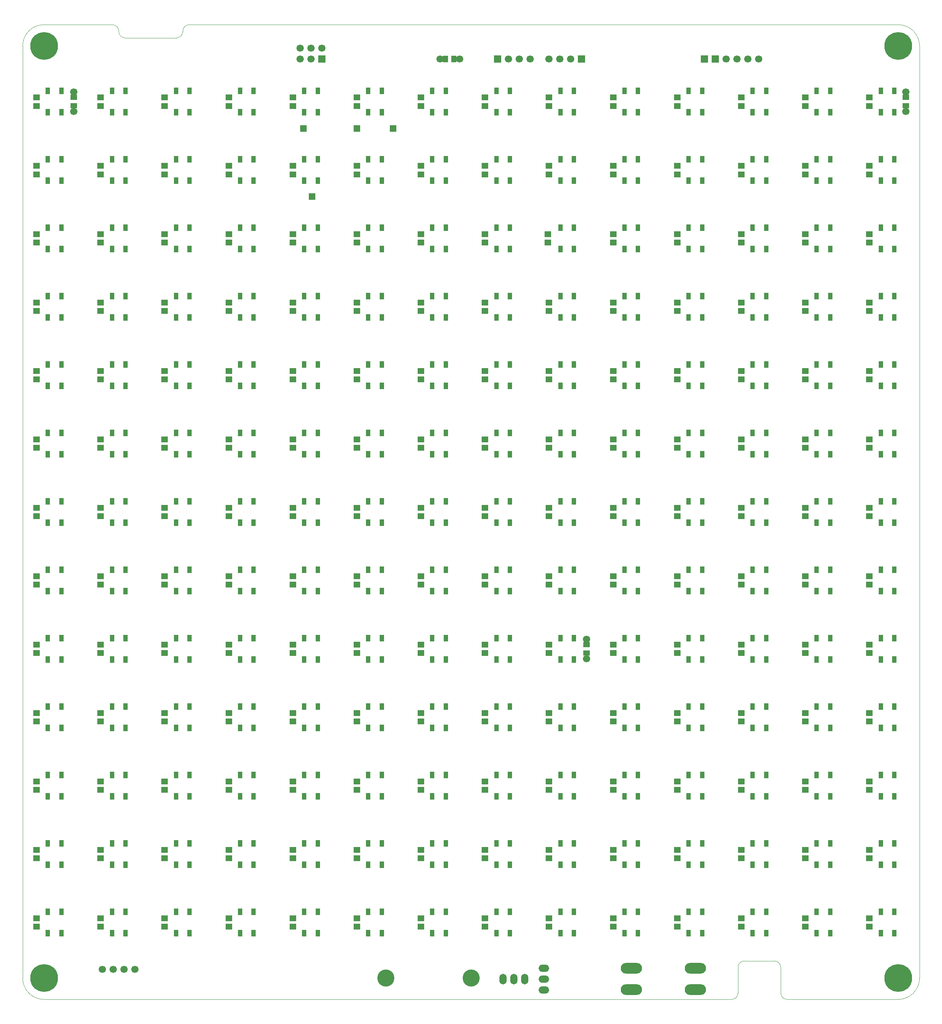
<source format=gts>
G04 #@! TF.FileFunction,Soldermask,Top*
%FSLAX46Y46*%
G04 Gerber Fmt 4.6, Leading zero omitted, Abs format (unit mm)*
G04 Created by KiCad (PCBNEW (2015-07-01 BZR 5850)-product) date Mon Oct 12 14:49:48 2015*
%MOMM*%
G01*
G04 APERTURE LIST*
%ADD10C,0.150000*%
%ADD11C,0.100000*%
%ADD12C,6.500000*%
%ADD13R,1.524000X1.524000*%
%ADD14R,1.700000X1.700000*%
%ADD15C,1.700000*%
%ADD16R,1.550000X1.350000*%
%ADD17R,1.016000X1.524000*%
%ADD18R,1.498600X1.300480*%
%ADD19R,1.300480X1.498600*%
%ADD20C,4.000000*%
%ADD21O,5.000000X2.500000*%
%ADD22O,2.500000X1.700000*%
%ADD23O,1.700000X2.500000*%
G04 APERTURE END LIST*
D10*
D11*
X220000000Y-269000000D02*
X59000000Y-269000000D01*
X233000000Y-269000000D02*
X259000000Y-269000000D01*
X231500000Y-261500000D02*
X231500000Y-267500000D01*
X221500000Y-267500000D02*
X221500000Y-261500000D01*
X231500000Y-267500000D02*
G75*
G03X233000000Y-269000000I1500000J0D01*
G01*
X220000000Y-269000000D02*
G75*
G03X221500000Y-267500000I0J1500000D01*
G01*
X231500000Y-261500000D02*
G75*
G03X230000000Y-260000000I-1500000J0D01*
G01*
X223000000Y-260000000D02*
G75*
G03X221500000Y-261500000I0J-1500000D01*
G01*
X264000000Y-46000000D02*
X264000000Y-264000000D01*
X93000000Y-41000000D02*
X259000000Y-41000000D01*
X75000000Y-41000000D02*
X59000000Y-41000000D01*
X76500000Y-42500000D02*
X76500000Y-42600000D01*
X76500000Y-42500000D02*
G75*
G03X75000000Y-41000000I-1500000J0D01*
G01*
X91500000Y-42500000D02*
X91500000Y-42600000D01*
X93000000Y-41000000D02*
G75*
G03X91500000Y-42500000I0J-1500000D01*
G01*
X90000000Y-44100000D02*
G75*
G03X91500000Y-42600000I0J1500000D01*
G01*
X76500000Y-42600000D02*
G75*
G03X78000000Y-44100000I1500000J0D01*
G01*
X84000000Y-44100000D02*
X90000000Y-44100000D01*
X84000000Y-44100000D02*
X78000000Y-44100000D01*
X54000000Y-264000000D02*
X54000000Y-46000000D01*
X259000000Y-269000000D02*
G75*
G03X264000000Y-264000000I0J5000000D01*
G01*
X264000000Y-46000000D02*
G75*
G03X259000000Y-41000000I-5000000J0D01*
G01*
X59000000Y-41000000D02*
G75*
G03X54000000Y-46000000I0J-5000000D01*
G01*
X54000000Y-264000000D02*
G75*
G03X59000000Y-269000000I5000000J0D01*
G01*
X230000000Y-260000000D02*
X223000000Y-260000000D01*
D12*
X259000000Y-264000000D03*
X59000000Y-264000000D03*
X259000000Y-46000000D03*
X59000000Y-46000000D03*
D13*
X121800000Y-81200000D03*
X140750000Y-65250000D03*
X132250000Y-65250000D03*
D14*
X124040000Y-49020000D03*
D15*
X124040000Y-46480000D03*
X121500000Y-49020000D03*
X121500000Y-46480000D03*
X118960000Y-49020000D03*
X118960000Y-46480000D03*
D16*
X252250000Y-250000000D03*
X252250000Y-252000000D03*
X237250000Y-250000000D03*
X237250000Y-252000000D03*
X222250000Y-250000000D03*
X222250000Y-252000000D03*
X207250000Y-250000000D03*
X207250000Y-252000000D03*
X192250000Y-250000000D03*
X192250000Y-252000000D03*
X177250000Y-250000000D03*
X177250000Y-252000000D03*
X162250000Y-250000000D03*
X162250000Y-252000000D03*
X147250000Y-250000000D03*
X147250000Y-252000000D03*
X132250000Y-250000000D03*
X132250000Y-252000000D03*
X117250000Y-250000000D03*
X117250000Y-252000000D03*
X102250000Y-250000000D03*
X102250000Y-252000000D03*
X87250000Y-250000000D03*
X87250000Y-252000000D03*
X72250000Y-250000000D03*
X72250000Y-252000000D03*
X57250000Y-250000000D03*
X57250000Y-252000000D03*
X252250000Y-234000000D03*
X252250000Y-236000000D03*
X237250000Y-234000000D03*
X237250000Y-236000000D03*
X222250000Y-234000000D03*
X222250000Y-236000000D03*
X207250000Y-234000000D03*
X207250000Y-236000000D03*
X192250000Y-234000000D03*
X192250000Y-236000000D03*
X177250000Y-234000000D03*
X177250000Y-236000000D03*
X162250000Y-234000000D03*
X162250000Y-236000000D03*
X147250000Y-234000000D03*
X147250000Y-236000000D03*
X132250000Y-234000000D03*
X132250000Y-236000000D03*
X117250000Y-234000000D03*
X117250000Y-236000000D03*
X102250000Y-234000000D03*
X102250000Y-236000000D03*
X87250000Y-234000000D03*
X87250000Y-236000000D03*
X72250000Y-234000000D03*
X72250000Y-236000000D03*
X57250000Y-234000000D03*
X57250000Y-236000000D03*
X252250000Y-218000000D03*
X252250000Y-220000000D03*
X237250000Y-218000000D03*
X237250000Y-220000000D03*
X222250000Y-218000000D03*
X222250000Y-220000000D03*
X207250000Y-218000000D03*
X207250000Y-220000000D03*
X192250000Y-218000000D03*
X192250000Y-220000000D03*
X177250000Y-218000000D03*
X177250000Y-220000000D03*
X162250000Y-218000000D03*
X162250000Y-220000000D03*
X147250000Y-218000000D03*
X147250000Y-220000000D03*
X132250000Y-218000000D03*
X132250000Y-220000000D03*
X117250000Y-218000000D03*
X117250000Y-220000000D03*
X102250000Y-218000000D03*
X102250000Y-220000000D03*
X87250000Y-218000000D03*
X87250000Y-220000000D03*
X72250000Y-218000000D03*
X72250000Y-220000000D03*
X57250000Y-218000000D03*
X57250000Y-220000000D03*
X252250000Y-202000000D03*
X252250000Y-204000000D03*
X237250000Y-202000000D03*
X237250000Y-204000000D03*
X222250000Y-202000000D03*
X222250000Y-204000000D03*
X207250000Y-202000000D03*
X207250000Y-204000000D03*
X192250000Y-202000000D03*
X192250000Y-204000000D03*
X177250000Y-202000000D03*
X177250000Y-204000000D03*
X162250000Y-202000000D03*
X162250000Y-204000000D03*
X147250000Y-202000000D03*
X147250000Y-204000000D03*
X132250000Y-202000000D03*
X132250000Y-204000000D03*
X117250000Y-202000000D03*
X117250000Y-204000000D03*
X102250000Y-202000000D03*
X102250000Y-204000000D03*
X87250000Y-202000000D03*
X87250000Y-204000000D03*
X72250000Y-202000000D03*
X72250000Y-204000000D03*
X57250000Y-202000000D03*
X57250000Y-204000000D03*
X252250000Y-186000000D03*
X252250000Y-188000000D03*
X237250000Y-186000000D03*
X237250000Y-188000000D03*
X222250000Y-186000000D03*
X222250000Y-188000000D03*
X207250000Y-186000000D03*
X207250000Y-188000000D03*
X192250000Y-186000000D03*
X192250000Y-188000000D03*
X177250000Y-186000000D03*
X177250000Y-188000000D03*
X162250000Y-186000000D03*
X162250000Y-188000000D03*
X147250000Y-186000000D03*
X147250000Y-188000000D03*
X132250000Y-186000000D03*
X132250000Y-188000000D03*
X117250000Y-186000000D03*
X117250000Y-188000000D03*
X102250000Y-186000000D03*
X102250000Y-188000000D03*
X87250000Y-186000000D03*
X87250000Y-188000000D03*
X72250000Y-186000000D03*
X72250000Y-188000000D03*
X57250000Y-186000000D03*
X57250000Y-188000000D03*
X252250000Y-170000000D03*
X252250000Y-172000000D03*
X237250000Y-170000000D03*
X237250000Y-172000000D03*
X222250000Y-170000000D03*
X222250000Y-172000000D03*
X207250000Y-170000000D03*
X207250000Y-172000000D03*
X192250000Y-170000000D03*
X192250000Y-172000000D03*
X177250000Y-170000000D03*
X177250000Y-172000000D03*
X162250000Y-170000000D03*
X162250000Y-172000000D03*
X147250000Y-170000000D03*
X147250000Y-172000000D03*
X132250000Y-170000000D03*
X132250000Y-172000000D03*
X117250000Y-170000000D03*
X117250000Y-172000000D03*
X102250000Y-170000000D03*
X102250000Y-172000000D03*
X87250000Y-170000000D03*
X87250000Y-172000000D03*
X72250000Y-170000000D03*
X72250000Y-172000000D03*
X57250000Y-170000000D03*
X57250000Y-172000000D03*
X252250000Y-154000000D03*
X252250000Y-156000000D03*
X237250000Y-154000000D03*
X237250000Y-156000000D03*
X222250000Y-154000000D03*
X222250000Y-156000000D03*
X207250000Y-154000000D03*
X207250000Y-156000000D03*
X192250000Y-154000000D03*
X192250000Y-156000000D03*
X177250000Y-154000000D03*
X177250000Y-156000000D03*
X162250000Y-154000000D03*
X162250000Y-156000000D03*
X147250000Y-154000000D03*
X147250000Y-156000000D03*
X132250000Y-154000000D03*
X132250000Y-156000000D03*
X117250000Y-154000000D03*
X117250000Y-156000000D03*
X102250000Y-154000000D03*
X102250000Y-156000000D03*
X87250000Y-154000000D03*
X87250000Y-156000000D03*
X72250000Y-154000000D03*
X72250000Y-156000000D03*
X57250000Y-154000000D03*
X57250000Y-156000000D03*
X252250000Y-138000000D03*
X252250000Y-140000000D03*
X237250000Y-138000000D03*
X237250000Y-140000000D03*
X222250000Y-138000000D03*
X222250000Y-140000000D03*
X207250000Y-138000000D03*
X207250000Y-140000000D03*
X192250000Y-138000000D03*
X192250000Y-140000000D03*
X177250000Y-138000000D03*
X177250000Y-140000000D03*
X162250000Y-138000000D03*
X162250000Y-140000000D03*
X147250000Y-138000000D03*
X147250000Y-140000000D03*
X132250000Y-138000000D03*
X132250000Y-140000000D03*
X117250000Y-138000000D03*
X117250000Y-140000000D03*
X102250000Y-138000000D03*
X102250000Y-140000000D03*
X87250000Y-138000000D03*
X87250000Y-140000000D03*
X72250000Y-138000000D03*
X72250000Y-140000000D03*
X57250000Y-138000000D03*
X57250000Y-140000000D03*
X252250000Y-122000000D03*
X252250000Y-124000000D03*
X237250000Y-122000000D03*
X237250000Y-124000000D03*
X222250000Y-122000000D03*
X222250000Y-124000000D03*
X207250000Y-122000000D03*
X207250000Y-124000000D03*
X192250000Y-122000000D03*
X192250000Y-124000000D03*
X177250000Y-122000000D03*
X177250000Y-124000000D03*
X162250000Y-122000000D03*
X162250000Y-124000000D03*
X147250000Y-122000000D03*
X147250000Y-124000000D03*
X132250000Y-122000000D03*
X132250000Y-124000000D03*
X117250000Y-122000000D03*
X117250000Y-124000000D03*
X102250000Y-122000000D03*
X102250000Y-124000000D03*
X87250000Y-122000000D03*
X87250000Y-124000000D03*
X72250000Y-122000000D03*
X72250000Y-124000000D03*
X57250000Y-122000000D03*
X57250000Y-124000000D03*
X252250000Y-106000000D03*
X252250000Y-108000000D03*
X237250000Y-106000000D03*
X237250000Y-108000000D03*
X222250000Y-106000000D03*
X222250000Y-108000000D03*
X207250000Y-106000000D03*
X207250000Y-108000000D03*
X192250000Y-106000000D03*
X192250000Y-108000000D03*
X177250000Y-106000000D03*
X177250000Y-108000000D03*
X162250000Y-106000000D03*
X162250000Y-108000000D03*
X147250000Y-106000000D03*
X147250000Y-108000000D03*
X132250000Y-106000000D03*
X132250000Y-108000000D03*
X117250000Y-106000000D03*
X117250000Y-108000000D03*
X102250000Y-106000000D03*
X102250000Y-108000000D03*
X87250000Y-106000000D03*
X87250000Y-108000000D03*
X72250000Y-106000000D03*
X72250000Y-108000000D03*
X57250000Y-106000000D03*
X57250000Y-108000000D03*
X252250000Y-90000000D03*
X252250000Y-92000000D03*
X237250000Y-90000000D03*
X237250000Y-92000000D03*
X222250000Y-90000000D03*
X222250000Y-92000000D03*
X207250000Y-90000000D03*
X207250000Y-92000000D03*
X192250000Y-90000000D03*
X192250000Y-92000000D03*
X177000000Y-90000000D03*
X177000000Y-92000000D03*
X162250000Y-90000000D03*
X162250000Y-92000000D03*
X147250000Y-90000000D03*
X147250000Y-92000000D03*
X132250000Y-90000000D03*
X132250000Y-92000000D03*
X117250000Y-90000000D03*
X117250000Y-92000000D03*
X102250000Y-90000000D03*
X102250000Y-92000000D03*
X87250000Y-90000000D03*
X87250000Y-92000000D03*
X72250000Y-90000000D03*
X72250000Y-92000000D03*
X57250000Y-90000000D03*
X57250000Y-92000000D03*
X252250000Y-74000000D03*
X252250000Y-76000000D03*
X237250000Y-74000000D03*
X237250000Y-76000000D03*
X222250000Y-74000000D03*
X222250000Y-76000000D03*
X207250000Y-74000000D03*
X207250000Y-76000000D03*
X192250000Y-74000000D03*
X192250000Y-76000000D03*
X177250000Y-74000000D03*
X177250000Y-76000000D03*
X162250000Y-74000000D03*
X162250000Y-76000000D03*
X147250000Y-74000000D03*
X147250000Y-76000000D03*
X132250000Y-74000000D03*
X132250000Y-76000000D03*
X117250000Y-74000000D03*
X117250000Y-76000000D03*
X102250000Y-74000000D03*
X102250000Y-76000000D03*
X87250000Y-74000000D03*
X87250000Y-76000000D03*
X72250000Y-74000000D03*
X72250000Y-76000000D03*
X57250000Y-74000000D03*
X57250000Y-76000000D03*
X252250000Y-58000000D03*
X252250000Y-60000000D03*
X237250000Y-58000000D03*
X237250000Y-60000000D03*
X222250000Y-58000000D03*
X222250000Y-60000000D03*
X207250000Y-58000000D03*
X207250000Y-60000000D03*
X192250000Y-58000000D03*
X192250000Y-60000000D03*
X177250000Y-58000000D03*
X177250000Y-60000000D03*
X162250000Y-58000000D03*
X162250000Y-60000000D03*
X147250000Y-58000000D03*
X147250000Y-60000000D03*
X132250000Y-58000000D03*
X132250000Y-60000000D03*
X117250000Y-58000000D03*
X117250000Y-60000000D03*
X102250000Y-58000000D03*
X102250000Y-60000000D03*
X87250000Y-58000000D03*
X87250000Y-60000000D03*
X72250000Y-58000000D03*
X72250000Y-60000000D03*
X57250000Y-58000000D03*
X57250000Y-60000000D03*
D17*
X138087500Y-72523500D03*
X134912500Y-72523500D03*
X134912500Y-77476500D03*
X138087500Y-77476500D03*
X258087500Y-248523500D03*
X254912500Y-248523500D03*
X254912500Y-253476500D03*
X258087500Y-253476500D03*
X243087500Y-248523500D03*
X239912500Y-248523500D03*
X239912500Y-253476500D03*
X243087500Y-253476500D03*
X228087500Y-248523500D03*
X224912500Y-248523500D03*
X224912500Y-253476500D03*
X228087500Y-253476500D03*
X213087500Y-248523500D03*
X209912500Y-248523500D03*
X209912500Y-253476500D03*
X213087500Y-253476500D03*
X198087500Y-248523500D03*
X194912500Y-248523500D03*
X194912500Y-253476500D03*
X198087500Y-253476500D03*
X183087500Y-248523500D03*
X179912500Y-248523500D03*
X179912500Y-253476500D03*
X183087500Y-253476500D03*
X168087500Y-248523500D03*
X164912500Y-248523500D03*
X164912500Y-253476500D03*
X168087500Y-253476500D03*
X153087500Y-248523500D03*
X149912500Y-248523500D03*
X149912500Y-253476500D03*
X153087500Y-253476500D03*
X138087500Y-248523500D03*
X134912500Y-248523500D03*
X134912500Y-253476500D03*
X138087500Y-253476500D03*
X123087500Y-248523500D03*
X119912500Y-248523500D03*
X119912500Y-253476500D03*
X123087500Y-253476500D03*
X108087500Y-248523500D03*
X104912500Y-248523500D03*
X104912500Y-253476500D03*
X108087500Y-253476500D03*
X93087500Y-248523500D03*
X89912500Y-248523500D03*
X89912500Y-253476500D03*
X93087500Y-253476500D03*
X78087500Y-248523500D03*
X74912500Y-248523500D03*
X74912500Y-253476500D03*
X78087500Y-253476500D03*
X63087500Y-248523500D03*
X59912500Y-248523500D03*
X59912500Y-253476500D03*
X63087500Y-253476500D03*
X258087500Y-232523500D03*
X254912500Y-232523500D03*
X254912500Y-237476500D03*
X258087500Y-237476500D03*
X243087500Y-232523500D03*
X239912500Y-232523500D03*
X239912500Y-237476500D03*
X243087500Y-237476500D03*
X228087500Y-232523500D03*
X224912500Y-232523500D03*
X224912500Y-237476500D03*
X228087500Y-237476500D03*
X213087500Y-232523500D03*
X209912500Y-232523500D03*
X209912500Y-237476500D03*
X213087500Y-237476500D03*
X198087500Y-232523500D03*
X194912500Y-232523500D03*
X194912500Y-237476500D03*
X198087500Y-237476500D03*
X183087500Y-232523500D03*
X179912500Y-232523500D03*
X179912500Y-237476500D03*
X183087500Y-237476500D03*
X168087500Y-232523500D03*
X164912500Y-232523500D03*
X164912500Y-237476500D03*
X168087500Y-237476500D03*
X153087500Y-232523500D03*
X149912500Y-232523500D03*
X149912500Y-237476500D03*
X153087500Y-237476500D03*
X138087500Y-232523500D03*
X134912500Y-232523500D03*
X134912500Y-237476500D03*
X138087500Y-237476500D03*
X123087500Y-232523500D03*
X119912500Y-232523500D03*
X119912500Y-237476500D03*
X123087500Y-237476500D03*
X108087500Y-232523500D03*
X104912500Y-232523500D03*
X104912500Y-237476500D03*
X108087500Y-237476500D03*
X93087500Y-232523500D03*
X89912500Y-232523500D03*
X89912500Y-237476500D03*
X93087500Y-237476500D03*
X78087500Y-232523500D03*
X74912500Y-232523500D03*
X74912500Y-237476500D03*
X78087500Y-237476500D03*
X63087500Y-232523500D03*
X59912500Y-232523500D03*
X59912500Y-237476500D03*
X63087500Y-237476500D03*
X258087500Y-216523500D03*
X254912500Y-216523500D03*
X254912500Y-221476500D03*
X258087500Y-221476500D03*
X243087500Y-216523500D03*
X239912500Y-216523500D03*
X239912500Y-221476500D03*
X243087500Y-221476500D03*
X228087500Y-216523500D03*
X224912500Y-216523500D03*
X224912500Y-221476500D03*
X228087500Y-221476500D03*
X213087500Y-216523500D03*
X209912500Y-216523500D03*
X209912500Y-221476500D03*
X213087500Y-221476500D03*
X198087500Y-216523500D03*
X194912500Y-216523500D03*
X194912500Y-221476500D03*
X198087500Y-221476500D03*
X183087500Y-216523500D03*
X179912500Y-216523500D03*
X179912500Y-221476500D03*
X183087500Y-221476500D03*
X168087500Y-216523500D03*
X164912500Y-216523500D03*
X164912500Y-221476500D03*
X168087500Y-221476500D03*
X153087500Y-216523500D03*
X149912500Y-216523500D03*
X149912500Y-221476500D03*
X153087500Y-221476500D03*
X138087500Y-216523500D03*
X134912500Y-216523500D03*
X134912500Y-221476500D03*
X138087500Y-221476500D03*
X123087500Y-216523500D03*
X119912500Y-216523500D03*
X119912500Y-221476500D03*
X123087500Y-221476500D03*
X108087500Y-216523500D03*
X104912500Y-216523500D03*
X104912500Y-221476500D03*
X108087500Y-221476500D03*
X93087500Y-216523500D03*
X89912500Y-216523500D03*
X89912500Y-221476500D03*
X93087500Y-221476500D03*
X78087500Y-216523500D03*
X74912500Y-216523500D03*
X74912500Y-221476500D03*
X78087500Y-221476500D03*
X63087500Y-216523500D03*
X59912500Y-216523500D03*
X59912500Y-221476500D03*
X63087500Y-221476500D03*
X258087500Y-200523500D03*
X254912500Y-200523500D03*
X254912500Y-205476500D03*
X258087500Y-205476500D03*
X243087500Y-200523500D03*
X239912500Y-200523500D03*
X239912500Y-205476500D03*
X243087500Y-205476500D03*
X228087500Y-200523500D03*
X224912500Y-200523500D03*
X224912500Y-205476500D03*
X228087500Y-205476500D03*
X213087500Y-200523500D03*
X209912500Y-200523500D03*
X209912500Y-205476500D03*
X213087500Y-205476500D03*
X198087500Y-200523500D03*
X194912500Y-200523500D03*
X194912500Y-205476500D03*
X198087500Y-205476500D03*
X183087500Y-200523500D03*
X179912500Y-200523500D03*
X179912500Y-205476500D03*
X183087500Y-205476500D03*
X168087500Y-200523500D03*
X164912500Y-200523500D03*
X164912500Y-205476500D03*
X168087500Y-205476500D03*
X153087500Y-200523500D03*
X149912500Y-200523500D03*
X149912500Y-205476500D03*
X153087500Y-205476500D03*
X138087500Y-200523500D03*
X134912500Y-200523500D03*
X134912500Y-205476500D03*
X138087500Y-205476500D03*
X123087500Y-200523500D03*
X119912500Y-200523500D03*
X119912500Y-205476500D03*
X123087500Y-205476500D03*
X108087500Y-200523500D03*
X104912500Y-200523500D03*
X104912500Y-205476500D03*
X108087500Y-205476500D03*
X93087500Y-200523500D03*
X89912500Y-200523500D03*
X89912500Y-205476500D03*
X93087500Y-205476500D03*
X78087500Y-200523500D03*
X74912500Y-200523500D03*
X74912500Y-205476500D03*
X78087500Y-205476500D03*
X63087500Y-200523500D03*
X59912500Y-200523500D03*
X59912500Y-205476500D03*
X63087500Y-205476500D03*
X258087500Y-184523500D03*
X254912500Y-184523500D03*
X254912500Y-189476500D03*
X258087500Y-189476500D03*
X243087500Y-184523500D03*
X239912500Y-184523500D03*
X239912500Y-189476500D03*
X243087500Y-189476500D03*
X228087500Y-184523500D03*
X224912500Y-184523500D03*
X224912500Y-189476500D03*
X228087500Y-189476500D03*
X213087500Y-184523500D03*
X209912500Y-184523500D03*
X209912500Y-189476500D03*
X213087500Y-189476500D03*
X198087500Y-184523500D03*
X194912500Y-184523500D03*
X194912500Y-189476500D03*
X198087500Y-189476500D03*
X183087500Y-184523500D03*
X179912500Y-184523500D03*
X179912500Y-189476500D03*
X183087500Y-189476500D03*
X168087500Y-184523500D03*
X164912500Y-184523500D03*
X164912500Y-189476500D03*
X168087500Y-189476500D03*
X153087500Y-184523500D03*
X149912500Y-184523500D03*
X149912500Y-189476500D03*
X153087500Y-189476500D03*
X138087500Y-184523500D03*
X134912500Y-184523500D03*
X134912500Y-189476500D03*
X138087500Y-189476500D03*
X123087500Y-184523500D03*
X119912500Y-184523500D03*
X119912500Y-189476500D03*
X123087500Y-189476500D03*
X108087500Y-184523500D03*
X104912500Y-184523500D03*
X104912500Y-189476500D03*
X108087500Y-189476500D03*
X93087500Y-184523500D03*
X89912500Y-184523500D03*
X89912500Y-189476500D03*
X93087500Y-189476500D03*
X78087500Y-184523500D03*
X74912500Y-184523500D03*
X74912500Y-189476500D03*
X78087500Y-189476500D03*
X63087500Y-184523500D03*
X59912500Y-184523500D03*
X59912500Y-189476500D03*
X63087500Y-189476500D03*
X258087500Y-168523500D03*
X254912500Y-168523500D03*
X254912500Y-173476500D03*
X258087500Y-173476500D03*
X243087500Y-168523500D03*
X239912500Y-168523500D03*
X239912500Y-173476500D03*
X243087500Y-173476500D03*
X228087500Y-168523500D03*
X224912500Y-168523500D03*
X224912500Y-173476500D03*
X228087500Y-173476500D03*
X213087500Y-168523500D03*
X209912500Y-168523500D03*
X209912500Y-173476500D03*
X213087500Y-173476500D03*
X198087500Y-168523500D03*
X194912500Y-168523500D03*
X194912500Y-173476500D03*
X198087500Y-173476500D03*
X183087500Y-168523500D03*
X179912500Y-168523500D03*
X179912500Y-173476500D03*
X183087500Y-173476500D03*
X168087500Y-168523500D03*
X164912500Y-168523500D03*
X164912500Y-173476500D03*
X168087500Y-173476500D03*
X153087500Y-168523500D03*
X149912500Y-168523500D03*
X149912500Y-173476500D03*
X153087500Y-173476500D03*
X138087500Y-168523500D03*
X134912500Y-168523500D03*
X134912500Y-173476500D03*
X138087500Y-173476500D03*
X123087500Y-168523500D03*
X119912500Y-168523500D03*
X119912500Y-173476500D03*
X123087500Y-173476500D03*
X108087500Y-168523500D03*
X104912500Y-168523500D03*
X104912500Y-173476500D03*
X108087500Y-173476500D03*
X93087500Y-168523500D03*
X89912500Y-168523500D03*
X89912500Y-173476500D03*
X93087500Y-173476500D03*
X78087500Y-168523500D03*
X74912500Y-168523500D03*
X74912500Y-173476500D03*
X78087500Y-173476500D03*
X63087500Y-168523500D03*
X59912500Y-168523500D03*
X59912500Y-173476500D03*
X63087500Y-173476500D03*
X258087500Y-152523500D03*
X254912500Y-152523500D03*
X254912500Y-157476500D03*
X258087500Y-157476500D03*
X243087500Y-152523500D03*
X239912500Y-152523500D03*
X239912500Y-157476500D03*
X243087500Y-157476500D03*
X228087500Y-152523500D03*
X224912500Y-152523500D03*
X224912500Y-157476500D03*
X228087500Y-157476500D03*
X213087500Y-152523500D03*
X209912500Y-152523500D03*
X209912500Y-157476500D03*
X213087500Y-157476500D03*
X198087500Y-152523500D03*
X194912500Y-152523500D03*
X194912500Y-157476500D03*
X198087500Y-157476500D03*
X183087500Y-152523500D03*
X179912500Y-152523500D03*
X179912500Y-157476500D03*
X183087500Y-157476500D03*
X168087500Y-152523500D03*
X164912500Y-152523500D03*
X164912500Y-157476500D03*
X168087500Y-157476500D03*
X153087500Y-152523500D03*
X149912500Y-152523500D03*
X149912500Y-157476500D03*
X153087500Y-157476500D03*
X138087500Y-152523500D03*
X134912500Y-152523500D03*
X134912500Y-157476500D03*
X138087500Y-157476500D03*
X123087500Y-152523500D03*
X119912500Y-152523500D03*
X119912500Y-157476500D03*
X123087500Y-157476500D03*
X108087500Y-152523500D03*
X104912500Y-152523500D03*
X104912500Y-157476500D03*
X108087500Y-157476500D03*
X93087500Y-152523500D03*
X89912500Y-152523500D03*
X89912500Y-157476500D03*
X93087500Y-157476500D03*
X78087500Y-152523500D03*
X74912500Y-152523500D03*
X74912500Y-157476500D03*
X78087500Y-157476500D03*
X63087500Y-152523500D03*
X59912500Y-152523500D03*
X59912500Y-157476500D03*
X63087500Y-157476500D03*
X258087500Y-136523500D03*
X254912500Y-136523500D03*
X254912500Y-141476500D03*
X258087500Y-141476500D03*
X243087500Y-136523500D03*
X239912500Y-136523500D03*
X239912500Y-141476500D03*
X243087500Y-141476500D03*
X228087500Y-136523500D03*
X224912500Y-136523500D03*
X224912500Y-141476500D03*
X228087500Y-141476500D03*
X213087500Y-136523500D03*
X209912500Y-136523500D03*
X209912500Y-141476500D03*
X213087500Y-141476500D03*
X198087500Y-136523500D03*
X194912500Y-136523500D03*
X194912500Y-141476500D03*
X198087500Y-141476500D03*
X183087500Y-136523500D03*
X179912500Y-136523500D03*
X179912500Y-141476500D03*
X183087500Y-141476500D03*
X168087500Y-136523500D03*
X164912500Y-136523500D03*
X164912500Y-141476500D03*
X168087500Y-141476500D03*
X153087500Y-136523500D03*
X149912500Y-136523500D03*
X149912500Y-141476500D03*
X153087500Y-141476500D03*
X138087500Y-136523500D03*
X134912500Y-136523500D03*
X134912500Y-141476500D03*
X138087500Y-141476500D03*
X123087500Y-136523500D03*
X119912500Y-136523500D03*
X119912500Y-141476500D03*
X123087500Y-141476500D03*
X108087500Y-136523500D03*
X104912500Y-136523500D03*
X104912500Y-141476500D03*
X108087500Y-141476500D03*
X93087500Y-136523500D03*
X89912500Y-136523500D03*
X89912500Y-141476500D03*
X93087500Y-141476500D03*
X78087500Y-136523500D03*
X74912500Y-136523500D03*
X74912500Y-141476500D03*
X78087500Y-141476500D03*
X63087500Y-136523500D03*
X59912500Y-136523500D03*
X59912500Y-141476500D03*
X63087500Y-141476500D03*
X258087500Y-120523500D03*
X254912500Y-120523500D03*
X254912500Y-125476500D03*
X258087500Y-125476500D03*
X243087500Y-120523500D03*
X239912500Y-120523500D03*
X239912500Y-125476500D03*
X243087500Y-125476500D03*
X228087500Y-120523500D03*
X224912500Y-120523500D03*
X224912500Y-125476500D03*
X228087500Y-125476500D03*
X213087500Y-120523500D03*
X209912500Y-120523500D03*
X209912500Y-125476500D03*
X213087500Y-125476500D03*
X198087500Y-120523500D03*
X194912500Y-120523500D03*
X194912500Y-125476500D03*
X198087500Y-125476500D03*
X183087500Y-120523500D03*
X179912500Y-120523500D03*
X179912500Y-125476500D03*
X183087500Y-125476500D03*
X168087500Y-120523500D03*
X164912500Y-120523500D03*
X164912500Y-125476500D03*
X168087500Y-125476500D03*
X153087500Y-120523500D03*
X149912500Y-120523500D03*
X149912500Y-125476500D03*
X153087500Y-125476500D03*
X138087500Y-120523500D03*
X134912500Y-120523500D03*
X134912500Y-125476500D03*
X138087500Y-125476500D03*
X123087500Y-120523500D03*
X119912500Y-120523500D03*
X119912500Y-125476500D03*
X123087500Y-125476500D03*
X108087500Y-120523500D03*
X104912500Y-120523500D03*
X104912500Y-125476500D03*
X108087500Y-125476500D03*
X93087500Y-120523500D03*
X89912500Y-120523500D03*
X89912500Y-125476500D03*
X93087500Y-125476500D03*
X78087500Y-120523500D03*
X74912500Y-120523500D03*
X74912500Y-125476500D03*
X78087500Y-125476500D03*
X63087500Y-120523500D03*
X59912500Y-120523500D03*
X59912500Y-125476500D03*
X63087500Y-125476500D03*
X258087500Y-104523500D03*
X254912500Y-104523500D03*
X254912500Y-109476500D03*
X258087500Y-109476500D03*
X243087500Y-104523500D03*
X239912500Y-104523500D03*
X239912500Y-109476500D03*
X243087500Y-109476500D03*
X228087500Y-104523500D03*
X224912500Y-104523500D03*
X224912500Y-109476500D03*
X228087500Y-109476500D03*
X213087500Y-104523500D03*
X209912500Y-104523500D03*
X209912500Y-109476500D03*
X213087500Y-109476500D03*
X198087500Y-104523500D03*
X194912500Y-104523500D03*
X194912500Y-109476500D03*
X198087500Y-109476500D03*
X183087500Y-104523500D03*
X179912500Y-104523500D03*
X179912500Y-109476500D03*
X183087500Y-109476500D03*
X168087500Y-104523500D03*
X164912500Y-104523500D03*
X164912500Y-109476500D03*
X168087500Y-109476500D03*
X153087500Y-104523500D03*
X149912500Y-104523500D03*
X149912500Y-109476500D03*
X153087500Y-109476500D03*
X138087500Y-104523500D03*
X134912500Y-104523500D03*
X134912500Y-109476500D03*
X138087500Y-109476500D03*
X123087500Y-104523500D03*
X119912500Y-104523500D03*
X119912500Y-109476500D03*
X123087500Y-109476500D03*
X108087500Y-104523500D03*
X104912500Y-104523500D03*
X104912500Y-109476500D03*
X108087500Y-109476500D03*
X93087500Y-104523500D03*
X89912500Y-104523500D03*
X89912500Y-109476500D03*
X93087500Y-109476500D03*
X78087500Y-104523500D03*
X74912500Y-104523500D03*
X74912500Y-109476500D03*
X78087500Y-109476500D03*
X63087500Y-104523500D03*
X59912500Y-104523500D03*
X59912500Y-109476500D03*
X63087500Y-109476500D03*
X258087500Y-88523500D03*
X254912500Y-88523500D03*
X254912500Y-93476500D03*
X258087500Y-93476500D03*
X243087500Y-88523500D03*
X239912500Y-88523500D03*
X239912500Y-93476500D03*
X243087500Y-93476500D03*
X228087500Y-88523500D03*
X224912500Y-88523500D03*
X224912500Y-93476500D03*
X228087500Y-93476500D03*
X213087500Y-88523500D03*
X209912500Y-88523500D03*
X209912500Y-93476500D03*
X213087500Y-93476500D03*
X198087500Y-88523500D03*
X194912500Y-88523500D03*
X194912500Y-93476500D03*
X198087500Y-93476500D03*
X183087500Y-88523500D03*
X179912500Y-88523500D03*
X179912500Y-93476500D03*
X183087500Y-93476500D03*
X168087500Y-88523500D03*
X164912500Y-88523500D03*
X164912500Y-93476500D03*
X168087500Y-93476500D03*
X153087500Y-88523500D03*
X149912500Y-88523500D03*
X149912500Y-93476500D03*
X153087500Y-93476500D03*
X138087500Y-88523500D03*
X134912500Y-88523500D03*
X134912500Y-93476500D03*
X138087500Y-93476500D03*
X123087500Y-88523500D03*
X119912500Y-88523500D03*
X119912500Y-93476500D03*
X123087500Y-93476500D03*
X108087500Y-88523500D03*
X104912500Y-88523500D03*
X104912500Y-93476500D03*
X108087500Y-93476500D03*
X93087500Y-88523500D03*
X89912500Y-88523500D03*
X89912500Y-93476500D03*
X93087500Y-93476500D03*
X78087500Y-88523500D03*
X74912500Y-88523500D03*
X74912500Y-93476500D03*
X78087500Y-93476500D03*
X63087500Y-88523500D03*
X59912500Y-88523500D03*
X59912500Y-93476500D03*
X63087500Y-93476500D03*
X258087500Y-72523500D03*
X254912500Y-72523500D03*
X254912500Y-77476500D03*
X258087500Y-77476500D03*
X243087500Y-72523500D03*
X239912500Y-72523500D03*
X239912500Y-77476500D03*
X243087500Y-77476500D03*
X228087500Y-72523500D03*
X224912500Y-72523500D03*
X224912500Y-77476500D03*
X228087500Y-77476500D03*
X213087500Y-72523500D03*
X209912500Y-72523500D03*
X209912500Y-77476500D03*
X213087500Y-77476500D03*
X198087500Y-72523500D03*
X194912500Y-72523500D03*
X194912500Y-77476500D03*
X198087500Y-77476500D03*
X183087500Y-72523500D03*
X179912500Y-72523500D03*
X179912500Y-77476500D03*
X183087500Y-77476500D03*
X168087500Y-72523500D03*
X164912500Y-72523500D03*
X164912500Y-77476500D03*
X168087500Y-77476500D03*
X153087500Y-72523500D03*
X149912500Y-72523500D03*
X149912500Y-77476500D03*
X153087500Y-77476500D03*
X123087500Y-72523500D03*
X119912500Y-72523500D03*
X119912500Y-77476500D03*
X123087500Y-77476500D03*
X108087500Y-72523500D03*
X104912500Y-72523500D03*
X104912500Y-77476500D03*
X108087500Y-77476500D03*
X93087500Y-72523500D03*
X89912500Y-72523500D03*
X89912500Y-77476500D03*
X93087500Y-77476500D03*
X78087500Y-72523500D03*
X74912500Y-72523500D03*
X74912500Y-77476500D03*
X78087500Y-77476500D03*
X63087500Y-72523500D03*
X59912500Y-72523500D03*
X59912500Y-77476500D03*
X63087500Y-77476500D03*
X258087500Y-56523500D03*
X254912500Y-56523500D03*
X254912500Y-61476500D03*
X258087500Y-61476500D03*
X243087500Y-56523500D03*
X239912500Y-56523500D03*
X239912500Y-61476500D03*
X243087500Y-61476500D03*
X228087500Y-56523500D03*
X224912500Y-56523500D03*
X224912500Y-61476500D03*
X228087500Y-61476500D03*
X213087500Y-56523500D03*
X209912500Y-56523500D03*
X209912500Y-61476500D03*
X213087500Y-61476500D03*
X198087500Y-56523500D03*
X194912500Y-56523500D03*
X194912500Y-61476500D03*
X198087500Y-61476500D03*
X183087500Y-56523500D03*
X179912500Y-56523500D03*
X179912500Y-61476500D03*
X183087500Y-61476500D03*
X168087500Y-56523500D03*
X164912500Y-56523500D03*
X164912500Y-61476500D03*
X168087500Y-61476500D03*
X153087500Y-56523500D03*
X149912500Y-56523500D03*
X149912500Y-61476500D03*
X153087500Y-61476500D03*
X138087500Y-56523500D03*
X134912500Y-56523500D03*
X134912500Y-61476500D03*
X138087500Y-61476500D03*
X123087500Y-56523500D03*
X119912500Y-56523500D03*
X119912500Y-61476500D03*
X123087500Y-61476500D03*
X108087500Y-56523500D03*
X104912500Y-56523500D03*
X104912500Y-61476500D03*
X108087500Y-61476500D03*
X93087500Y-56523500D03*
X89912500Y-56523500D03*
X89912500Y-61476500D03*
X93087500Y-61476500D03*
X78087500Y-56523500D03*
X74912500Y-56523500D03*
X74912500Y-61476500D03*
X78087500Y-61476500D03*
X63087500Y-56523500D03*
X59912500Y-56523500D03*
X59912500Y-61476500D03*
X63087500Y-61476500D03*
D14*
X213650000Y-49000000D03*
X216190000Y-49000000D03*
D15*
X218730000Y-49000000D03*
X221270000Y-49000000D03*
X223810000Y-49000000D03*
X226350000Y-49000000D03*
D14*
X165190000Y-49000000D03*
D15*
X167730000Y-49000000D03*
X170270000Y-49000000D03*
X172810000Y-49000000D03*
X177190000Y-49000000D03*
X179730000Y-49000000D03*
X182270000Y-49000000D03*
D14*
X184810000Y-49000000D03*
D13*
X119750000Y-65250000D03*
D18*
X66000000Y-59952500D03*
X66000000Y-58047500D03*
D15*
X66000000Y-56714000D03*
X66000000Y-61286000D03*
D18*
X260750000Y-58047500D03*
X260750000Y-59952500D03*
D15*
X260750000Y-61286000D03*
X260750000Y-56714000D03*
D18*
X186000000Y-187952500D03*
X186000000Y-186047500D03*
D15*
X186000000Y-184714000D03*
X186000000Y-189286000D03*
X80310000Y-262000000D03*
X77770000Y-262000000D03*
X75230000Y-262000000D03*
X72690000Y-262000000D03*
D19*
X154952500Y-49000000D03*
X153047500Y-49000000D03*
D15*
X151714000Y-49000000D03*
X156286000Y-49000000D03*
D20*
X139000000Y-264000000D03*
X159000000Y-264000000D03*
D21*
X211500000Y-261750000D03*
X211500000Y-266750000D03*
X196500000Y-261750000D03*
X196500000Y-266750000D03*
D22*
X176000000Y-261710000D03*
X176000000Y-264250000D03*
X176000000Y-266790000D03*
D23*
X166460000Y-264250000D03*
X169000000Y-264250000D03*
X171540000Y-264250000D03*
M02*

</source>
